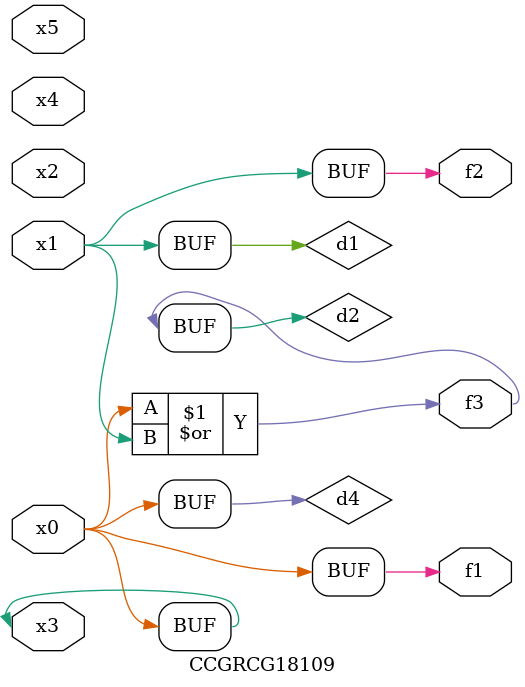
<source format=v>
module CCGRCG18109(
	input x0, x1, x2, x3, x4, x5,
	output f1, f2, f3
);

	wire d1, d2, d3, d4;

	and (d1, x1);
	or (d2, x0, x1);
	nand (d3, x0, x5);
	buf (d4, x0, x3);
	assign f1 = d4;
	assign f2 = d1;
	assign f3 = d2;
endmodule

</source>
